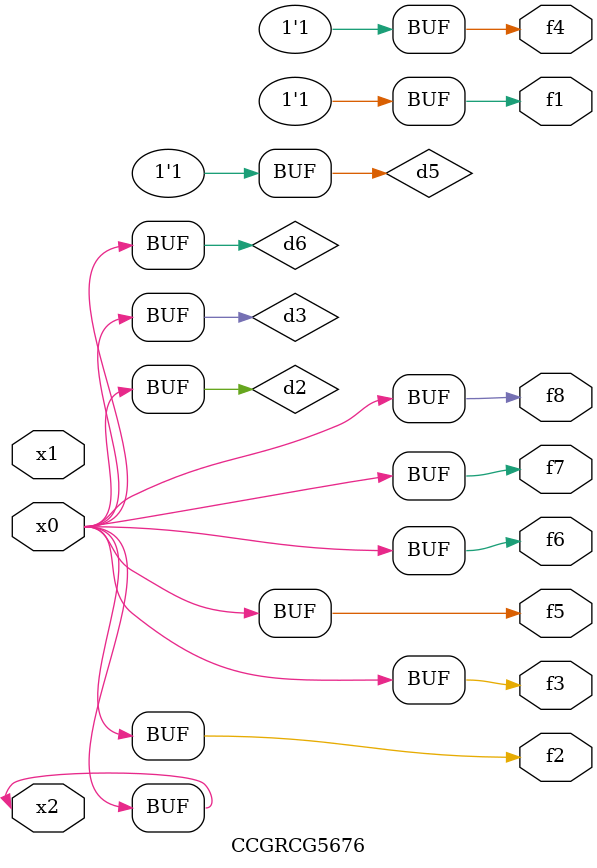
<source format=v>
module CCGRCG5676(
	input x0, x1, x2,
	output f1, f2, f3, f4, f5, f6, f7, f8
);

	wire d1, d2, d3, d4, d5, d6;

	xnor (d1, x2);
	buf (d2, x0, x2);
	and (d3, x0);
	xnor (d4, x1, x2);
	nand (d5, d1, d3);
	buf (d6, d2, d3);
	assign f1 = d5;
	assign f2 = d6;
	assign f3 = d6;
	assign f4 = d5;
	assign f5 = d6;
	assign f6 = d6;
	assign f7 = d6;
	assign f8 = d6;
endmodule

</source>
